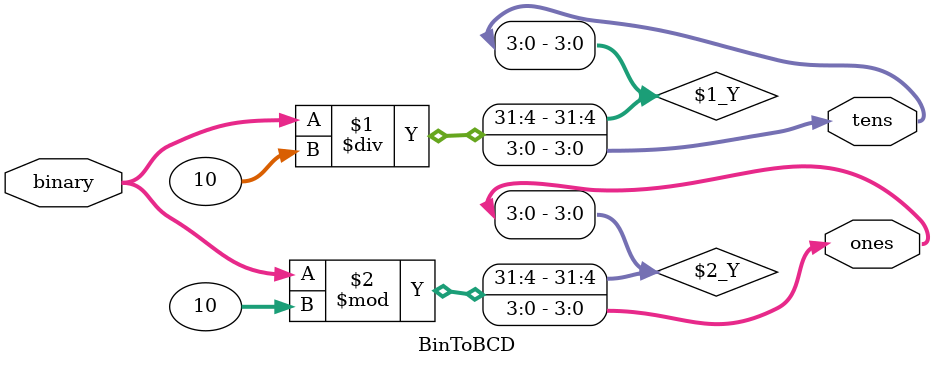
<source format=v>
module BinToBCD (

    input [7:0] binary,
    output [3:0] tens,
    output [3:0] ones
	 
);

    assign tens = binary / 10;
    assign ones = binary % 10;
	 
endmodule

</source>
